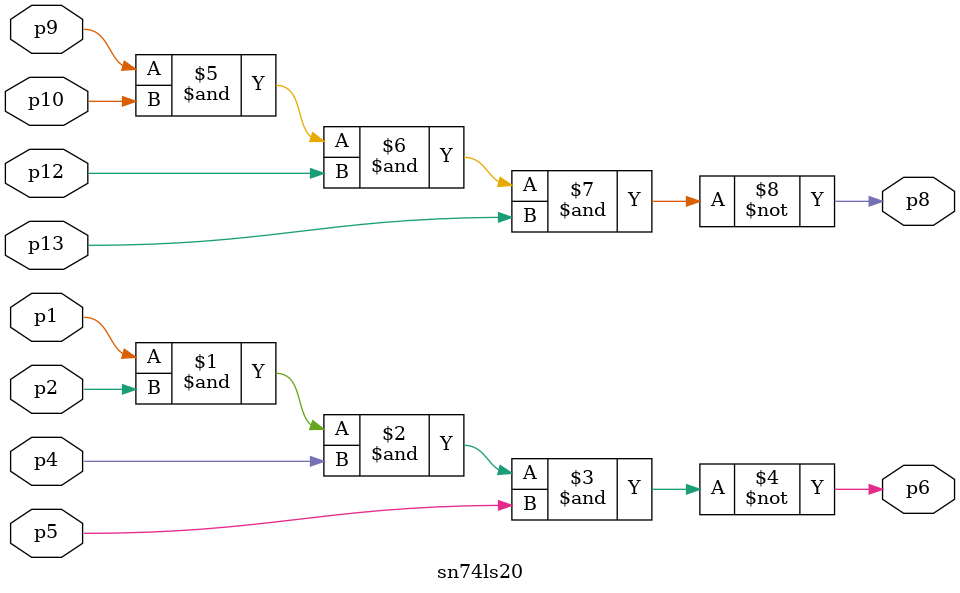
<source format=v>
module sn74ls20
  (
   output p6,
   output p8,

   input  p1,
   input  p2,
   input  p4,
   input  p5,

   input  p9,
   input  p10,
   input  p12,
   input  p13
   );

    // 4-in NAND
    assign p6 = ~(p1 & p2 & p4 & p5);
    assign p8 = ~(p9 & p10 & p12 & p13);

endmodule // sn74ls20

</source>
